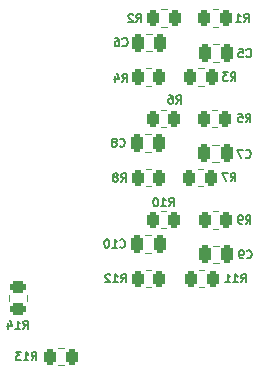
<source format=gbo>
G04 #@! TF.GenerationSoftware,KiCad,Pcbnew,(6.0.6)*
G04 #@! TF.CreationDate,2022-08-29T15:05:00+02:00*
G04 #@! TF.ProjectId,analog-buffer-six-channels,616e616c-6f67-42d6-9275-666665722d73,rev?*
G04 #@! TF.SameCoordinates,Original*
G04 #@! TF.FileFunction,Legend,Bot*
G04 #@! TF.FilePolarity,Positive*
%FSLAX46Y46*%
G04 Gerber Fmt 4.6, Leading zero omitted, Abs format (unit mm)*
G04 Created by KiCad (PCBNEW (6.0.6)) date 2022-08-29 15:05:00*
%MOMM*%
%LPD*%
G01*
G04 APERTURE LIST*
G04 Aperture macros list*
%AMRoundRect*
0 Rectangle with rounded corners*
0 $1 Rounding radius*
0 $2 $3 $4 $5 $6 $7 $8 $9 X,Y pos of 4 corners*
0 Add a 4 corners polygon primitive as box body*
4,1,4,$2,$3,$4,$5,$6,$7,$8,$9,$2,$3,0*
0 Add four circle primitives for the rounded corners*
1,1,$1+$1,$2,$3*
1,1,$1+$1,$4,$5*
1,1,$1+$1,$6,$7*
1,1,$1+$1,$8,$9*
0 Add four rect primitives between the rounded corners*
20,1,$1+$1,$2,$3,$4,$5,0*
20,1,$1+$1,$4,$5,$6,$7,0*
20,1,$1+$1,$6,$7,$8,$9,0*
20,1,$1+$1,$8,$9,$2,$3,0*%
G04 Aperture macros list end*
%ADD10C,0.150000*%
%ADD11C,0.120000*%
%ADD12RoundRect,0.250000X0.450000X-0.262500X0.450000X0.262500X-0.450000X0.262500X-0.450000X-0.262500X0*%
%ADD13C,3.200000*%
%ADD14R,1.700000X1.700000*%
%ADD15O,1.700000X1.700000*%
%ADD16RoundRect,0.250000X-0.250000X-0.475000X0.250000X-0.475000X0.250000X0.475000X-0.250000X0.475000X0*%
%ADD17RoundRect,0.250000X-0.262500X-0.450000X0.262500X-0.450000X0.262500X0.450000X-0.262500X0.450000X0*%
%ADD18RoundRect,0.250000X0.250000X0.475000X-0.250000X0.475000X-0.250000X-0.475000X0.250000X-0.475000X0*%
G04 APERTURE END LIST*
D10*
X54729800Y-63384866D02*
X54963133Y-63051533D01*
X55129800Y-63384866D02*
X55129800Y-62684866D01*
X54863133Y-62684866D01*
X54796466Y-62718200D01*
X54763133Y-62751533D01*
X54729800Y-62818200D01*
X54729800Y-62918200D01*
X54763133Y-62984866D01*
X54796466Y-63018200D01*
X54863133Y-63051533D01*
X55129800Y-63051533D01*
X54063133Y-63384866D02*
X54463133Y-63384866D01*
X54263133Y-63384866D02*
X54263133Y-62684866D01*
X54329800Y-62784866D01*
X54396466Y-62851533D01*
X54463133Y-62884866D01*
X53463133Y-62918200D02*
X53463133Y-63384866D01*
X53629800Y-62651533D02*
X53796466Y-63151533D01*
X53363133Y-63151533D01*
X73649666Y-57349200D02*
X73683000Y-57382533D01*
X73783000Y-57415866D01*
X73849666Y-57415866D01*
X73949666Y-57382533D01*
X74016333Y-57315866D01*
X74049666Y-57249200D01*
X74083000Y-57115866D01*
X74083000Y-57015866D01*
X74049666Y-56882533D01*
X74016333Y-56815866D01*
X73949666Y-56749200D01*
X73849666Y-56715866D01*
X73783000Y-56715866D01*
X73683000Y-56749200D01*
X73649666Y-56782533D01*
X73316333Y-57415866D02*
X73183000Y-57415866D01*
X73116333Y-57382533D01*
X73083000Y-57349200D01*
X73016333Y-57249200D01*
X72983000Y-57115866D01*
X72983000Y-56849200D01*
X73016333Y-56782533D01*
X73049666Y-56749200D01*
X73116333Y-56715866D01*
X73249666Y-56715866D01*
X73316333Y-56749200D01*
X73349666Y-56782533D01*
X73383000Y-56849200D01*
X73383000Y-57015866D01*
X73349666Y-57082533D01*
X73316333Y-57115866D01*
X73249666Y-57149200D01*
X73116333Y-57149200D01*
X73049666Y-57115866D01*
X73016333Y-57082533D01*
X72983000Y-57015866D01*
X73573466Y-54469466D02*
X73806800Y-54136133D01*
X73973466Y-54469466D02*
X73973466Y-53769466D01*
X73706800Y-53769466D01*
X73640133Y-53802800D01*
X73606800Y-53836133D01*
X73573466Y-53902800D01*
X73573466Y-54002800D01*
X73606800Y-54069466D01*
X73640133Y-54102800D01*
X73706800Y-54136133D01*
X73973466Y-54136133D01*
X73240133Y-54469466D02*
X73106800Y-54469466D01*
X73040133Y-54436133D01*
X73006800Y-54402800D01*
X72940133Y-54302800D01*
X72906800Y-54169466D01*
X72906800Y-53902800D01*
X72940133Y-53836133D01*
X72973466Y-53802800D01*
X73040133Y-53769466D01*
X73173466Y-53769466D01*
X73240133Y-53802800D01*
X73273466Y-53836133D01*
X73306800Y-53902800D01*
X73306800Y-54069466D01*
X73273466Y-54136133D01*
X73240133Y-54169466D01*
X73173466Y-54202800D01*
X73040133Y-54202800D01*
X72973466Y-54169466D01*
X72940133Y-54136133D01*
X72906800Y-54069466D01*
X73421066Y-37400666D02*
X73654400Y-37067333D01*
X73821066Y-37400666D02*
X73821066Y-36700666D01*
X73554400Y-36700666D01*
X73487733Y-36734000D01*
X73454400Y-36767333D01*
X73421066Y-36834000D01*
X73421066Y-36934000D01*
X73454400Y-37000666D01*
X73487733Y-37034000D01*
X73554400Y-37067333D01*
X73821066Y-37067333D01*
X72754400Y-37400666D02*
X73154400Y-37400666D01*
X72954400Y-37400666D02*
X72954400Y-36700666D01*
X73021066Y-36800666D01*
X73087733Y-36867333D01*
X73154400Y-36900666D01*
X73573466Y-45884266D02*
X73806800Y-45550933D01*
X73973466Y-45884266D02*
X73973466Y-45184266D01*
X73706800Y-45184266D01*
X73640133Y-45217600D01*
X73606800Y-45250933D01*
X73573466Y-45317600D01*
X73573466Y-45417600D01*
X73606800Y-45484266D01*
X73640133Y-45517600D01*
X73706800Y-45550933D01*
X73973466Y-45550933D01*
X72940133Y-45184266D02*
X73273466Y-45184266D01*
X73306800Y-45517600D01*
X73273466Y-45484266D01*
X73206800Y-45450933D01*
X73040133Y-45450933D01*
X72973466Y-45484266D01*
X72940133Y-45517600D01*
X72906800Y-45584266D01*
X72906800Y-45750933D01*
X72940133Y-45817600D01*
X72973466Y-45850933D01*
X73040133Y-45884266D01*
X73206800Y-45884266D01*
X73273466Y-45850933D01*
X73306800Y-45817600D01*
X63134066Y-42480666D02*
X63367400Y-42147333D01*
X63534066Y-42480666D02*
X63534066Y-41780666D01*
X63267400Y-41780666D01*
X63200733Y-41814000D01*
X63167400Y-41847333D01*
X63134066Y-41914000D01*
X63134066Y-42014000D01*
X63167400Y-42080666D01*
X63200733Y-42114000D01*
X63267400Y-42147333D01*
X63534066Y-42147333D01*
X62534066Y-42014000D02*
X62534066Y-42480666D01*
X62700733Y-41747333D02*
X62867400Y-42247333D01*
X62434066Y-42247333D01*
X73573466Y-48840200D02*
X73606800Y-48873533D01*
X73706800Y-48906866D01*
X73773466Y-48906866D01*
X73873466Y-48873533D01*
X73940133Y-48806866D01*
X73973466Y-48740200D01*
X74006800Y-48606866D01*
X74006800Y-48506866D01*
X73973466Y-48373533D01*
X73940133Y-48306866D01*
X73873466Y-48240200D01*
X73773466Y-48206866D01*
X73706800Y-48206866D01*
X73606800Y-48240200D01*
X73573466Y-48273533D01*
X73340133Y-48206866D02*
X72873466Y-48206866D01*
X73173466Y-48906866D01*
X63007066Y-50913466D02*
X63240400Y-50580133D01*
X63407066Y-50913466D02*
X63407066Y-50213466D01*
X63140400Y-50213466D01*
X63073733Y-50246800D01*
X63040400Y-50280133D01*
X63007066Y-50346800D01*
X63007066Y-50446800D01*
X63040400Y-50513466D01*
X63073733Y-50546800D01*
X63140400Y-50580133D01*
X63407066Y-50580133D01*
X62607066Y-50513466D02*
X62673733Y-50480133D01*
X62707066Y-50446800D01*
X62740400Y-50380133D01*
X62740400Y-50346800D01*
X62707066Y-50280133D01*
X62673733Y-50246800D01*
X62607066Y-50213466D01*
X62473733Y-50213466D01*
X62407066Y-50246800D01*
X62373733Y-50280133D01*
X62340400Y-50346800D01*
X62340400Y-50380133D01*
X62373733Y-50446800D01*
X62407066Y-50480133D01*
X62473733Y-50513466D01*
X62607066Y-50513466D01*
X62673733Y-50546800D01*
X62707066Y-50580133D01*
X62740400Y-50646800D01*
X62740400Y-50780133D01*
X62707066Y-50846800D01*
X62673733Y-50880133D01*
X62607066Y-50913466D01*
X62473733Y-50913466D01*
X62407066Y-50880133D01*
X62373733Y-50846800D01*
X62340400Y-50780133D01*
X62340400Y-50646800D01*
X62373733Y-50580133D01*
X62407066Y-50546800D01*
X62473733Y-50513466D01*
X63134066Y-39391400D02*
X63167400Y-39424733D01*
X63267400Y-39458066D01*
X63334066Y-39458066D01*
X63434066Y-39424733D01*
X63500733Y-39358066D01*
X63534066Y-39291400D01*
X63567400Y-39158066D01*
X63567400Y-39058066D01*
X63534066Y-38924733D01*
X63500733Y-38858066D01*
X63434066Y-38791400D01*
X63334066Y-38758066D01*
X63267400Y-38758066D01*
X63167400Y-38791400D01*
X63134066Y-38824733D01*
X62534066Y-38758066D02*
X62667400Y-38758066D01*
X62734066Y-38791400D01*
X62767400Y-38824733D01*
X62834066Y-38924733D01*
X62867400Y-39058066D01*
X62867400Y-39324733D01*
X62834066Y-39391400D01*
X62800733Y-39424733D01*
X62734066Y-39458066D01*
X62600733Y-39458066D01*
X62534066Y-39424733D01*
X62500733Y-39391400D01*
X62467400Y-39324733D01*
X62467400Y-39158066D01*
X62500733Y-39091400D01*
X62534066Y-39058066D01*
X62600733Y-39024733D01*
X62734066Y-39024733D01*
X62800733Y-39058066D01*
X62834066Y-39091400D01*
X62867400Y-39158066D01*
X67074200Y-52996266D02*
X67307533Y-52662933D01*
X67474200Y-52996266D02*
X67474200Y-52296266D01*
X67207533Y-52296266D01*
X67140866Y-52329600D01*
X67107533Y-52362933D01*
X67074200Y-52429600D01*
X67074200Y-52529600D01*
X67107533Y-52596266D01*
X67140866Y-52629600D01*
X67207533Y-52662933D01*
X67474200Y-52662933D01*
X66407533Y-52996266D02*
X66807533Y-52996266D01*
X66607533Y-52996266D02*
X66607533Y-52296266D01*
X66674200Y-52396266D01*
X66740866Y-52462933D01*
X66807533Y-52496266D01*
X65974200Y-52296266D02*
X65907533Y-52296266D01*
X65840866Y-52329600D01*
X65807533Y-52362933D01*
X65774200Y-52429600D01*
X65740866Y-52562933D01*
X65740866Y-52729600D01*
X65774200Y-52862933D01*
X65807533Y-52929600D01*
X65840866Y-52962933D01*
X65907533Y-52996266D01*
X65974200Y-52996266D01*
X66040866Y-52962933D01*
X66074200Y-52929600D01*
X66107533Y-52862933D01*
X66140866Y-52729600D01*
X66140866Y-52562933D01*
X66107533Y-52429600D01*
X66074200Y-52362933D01*
X66040866Y-52329600D01*
X65974200Y-52296266D01*
X72303466Y-42353666D02*
X72536800Y-42020333D01*
X72703466Y-42353666D02*
X72703466Y-41653666D01*
X72436800Y-41653666D01*
X72370133Y-41687000D01*
X72336800Y-41720333D01*
X72303466Y-41787000D01*
X72303466Y-41887000D01*
X72336800Y-41953666D01*
X72370133Y-41987000D01*
X72436800Y-42020333D01*
X72703466Y-42020333D01*
X72070133Y-41653666D02*
X71636800Y-41653666D01*
X71870133Y-41920333D01*
X71770133Y-41920333D01*
X71703466Y-41953666D01*
X71670133Y-41987000D01*
X71636800Y-42053666D01*
X71636800Y-42220333D01*
X71670133Y-42287000D01*
X71703466Y-42320333D01*
X71770133Y-42353666D01*
X71970133Y-42353666D01*
X72036800Y-42320333D01*
X72070133Y-42287000D01*
X62934000Y-56434800D02*
X62967333Y-56468133D01*
X63067333Y-56501466D01*
X63134000Y-56501466D01*
X63234000Y-56468133D01*
X63300666Y-56401466D01*
X63334000Y-56334800D01*
X63367333Y-56201466D01*
X63367333Y-56101466D01*
X63334000Y-55968133D01*
X63300666Y-55901466D01*
X63234000Y-55834800D01*
X63134000Y-55801466D01*
X63067333Y-55801466D01*
X62967333Y-55834800D01*
X62934000Y-55868133D01*
X62267333Y-56501466D02*
X62667333Y-56501466D01*
X62467333Y-56501466D02*
X62467333Y-55801466D01*
X62534000Y-55901466D01*
X62600666Y-55968133D01*
X62667333Y-56001466D01*
X61834000Y-55801466D02*
X61767333Y-55801466D01*
X61700666Y-55834800D01*
X61667333Y-55868133D01*
X61634000Y-55934800D01*
X61600666Y-56068133D01*
X61600666Y-56234800D01*
X61634000Y-56368133D01*
X61667333Y-56434800D01*
X61700666Y-56468133D01*
X61767333Y-56501466D01*
X61834000Y-56501466D01*
X61900666Y-56468133D01*
X61934000Y-56434800D01*
X61967333Y-56368133D01*
X62000666Y-56234800D01*
X62000666Y-56068133D01*
X61967333Y-55934800D01*
X61934000Y-55868133D01*
X61900666Y-55834800D01*
X61834000Y-55801466D01*
X73170200Y-59447866D02*
X73403533Y-59114533D01*
X73570200Y-59447866D02*
X73570200Y-58747866D01*
X73303533Y-58747866D01*
X73236866Y-58781200D01*
X73203533Y-58814533D01*
X73170200Y-58881200D01*
X73170200Y-58981200D01*
X73203533Y-59047866D01*
X73236866Y-59081200D01*
X73303533Y-59114533D01*
X73570200Y-59114533D01*
X72503533Y-59447866D02*
X72903533Y-59447866D01*
X72703533Y-59447866D02*
X72703533Y-58747866D01*
X72770200Y-58847866D01*
X72836866Y-58914533D01*
X72903533Y-58947866D01*
X71836866Y-59447866D02*
X72236866Y-59447866D01*
X72036866Y-59447866D02*
X72036866Y-58747866D01*
X72103533Y-58847866D01*
X72170200Y-58914533D01*
X72236866Y-58947866D01*
X67680666Y-44309466D02*
X67914000Y-43976133D01*
X68080666Y-44309466D02*
X68080666Y-43609466D01*
X67814000Y-43609466D01*
X67747333Y-43642800D01*
X67714000Y-43676133D01*
X67680666Y-43742800D01*
X67680666Y-43842800D01*
X67714000Y-43909466D01*
X67747333Y-43942800D01*
X67814000Y-43976133D01*
X68080666Y-43976133D01*
X67080666Y-43609466D02*
X67214000Y-43609466D01*
X67280666Y-43642800D01*
X67314000Y-43676133D01*
X67380666Y-43776133D01*
X67414000Y-43909466D01*
X67414000Y-44176133D01*
X67380666Y-44242800D01*
X67347333Y-44276133D01*
X67280666Y-44309466D01*
X67147333Y-44309466D01*
X67080666Y-44276133D01*
X67047333Y-44242800D01*
X67014000Y-44176133D01*
X67014000Y-44009466D01*
X67047333Y-43942800D01*
X67080666Y-43909466D01*
X67147333Y-43876133D01*
X67280666Y-43876133D01*
X67347333Y-43909466D01*
X67380666Y-43942800D01*
X67414000Y-44009466D01*
X55441000Y-66051866D02*
X55674333Y-65718533D01*
X55841000Y-66051866D02*
X55841000Y-65351866D01*
X55574333Y-65351866D01*
X55507666Y-65385200D01*
X55474333Y-65418533D01*
X55441000Y-65485200D01*
X55441000Y-65585200D01*
X55474333Y-65651866D01*
X55507666Y-65685200D01*
X55574333Y-65718533D01*
X55841000Y-65718533D01*
X54774333Y-66051866D02*
X55174333Y-66051866D01*
X54974333Y-66051866D02*
X54974333Y-65351866D01*
X55041000Y-65451866D01*
X55107666Y-65518533D01*
X55174333Y-65551866D01*
X54541000Y-65351866D02*
X54107666Y-65351866D01*
X54341000Y-65618533D01*
X54241000Y-65618533D01*
X54174333Y-65651866D01*
X54141000Y-65685200D01*
X54107666Y-65751866D01*
X54107666Y-65918533D01*
X54141000Y-65985200D01*
X54174333Y-66018533D01*
X54241000Y-66051866D01*
X54441000Y-66051866D01*
X54507666Y-66018533D01*
X54541000Y-65985200D01*
X73624266Y-40305800D02*
X73657600Y-40339133D01*
X73757600Y-40372466D01*
X73824266Y-40372466D01*
X73924266Y-40339133D01*
X73990933Y-40272466D01*
X74024266Y-40205800D01*
X74057600Y-40072466D01*
X74057600Y-39972466D01*
X74024266Y-39839133D01*
X73990933Y-39772466D01*
X73924266Y-39705800D01*
X73824266Y-39672466D01*
X73757600Y-39672466D01*
X73657600Y-39705800D01*
X73624266Y-39739133D01*
X72990933Y-39672466D02*
X73324266Y-39672466D01*
X73357600Y-40005800D01*
X73324266Y-39972466D01*
X73257600Y-39939133D01*
X73090933Y-39939133D01*
X73024266Y-39972466D01*
X72990933Y-40005800D01*
X72957600Y-40072466D01*
X72957600Y-40239133D01*
X72990933Y-40305800D01*
X73024266Y-40339133D01*
X73090933Y-40372466D01*
X73257600Y-40372466D01*
X73324266Y-40339133D01*
X73357600Y-40305800D01*
X63010200Y-59447866D02*
X63243533Y-59114533D01*
X63410200Y-59447866D02*
X63410200Y-58747866D01*
X63143533Y-58747866D01*
X63076866Y-58781200D01*
X63043533Y-58814533D01*
X63010200Y-58881200D01*
X63010200Y-58981200D01*
X63043533Y-59047866D01*
X63076866Y-59081200D01*
X63143533Y-59114533D01*
X63410200Y-59114533D01*
X62343533Y-59447866D02*
X62743533Y-59447866D01*
X62543533Y-59447866D02*
X62543533Y-58747866D01*
X62610200Y-58847866D01*
X62676866Y-58914533D01*
X62743533Y-58947866D01*
X62076866Y-58814533D02*
X62043533Y-58781200D01*
X61976866Y-58747866D01*
X61810200Y-58747866D01*
X61743533Y-58781200D01*
X61710200Y-58814533D01*
X61676866Y-58881200D01*
X61676866Y-58947866D01*
X61710200Y-59047866D01*
X62110200Y-59447866D01*
X61676866Y-59447866D01*
X72303466Y-50888066D02*
X72536800Y-50554733D01*
X72703466Y-50888066D02*
X72703466Y-50188066D01*
X72436800Y-50188066D01*
X72370133Y-50221400D01*
X72336800Y-50254733D01*
X72303466Y-50321400D01*
X72303466Y-50421400D01*
X72336800Y-50488066D01*
X72370133Y-50521400D01*
X72436800Y-50554733D01*
X72703466Y-50554733D01*
X72070133Y-50188066D02*
X71603466Y-50188066D01*
X71903466Y-50888066D01*
X62905466Y-47900400D02*
X62938800Y-47933733D01*
X63038800Y-47967066D01*
X63105466Y-47967066D01*
X63205466Y-47933733D01*
X63272133Y-47867066D01*
X63305466Y-47800400D01*
X63338800Y-47667066D01*
X63338800Y-47567066D01*
X63305466Y-47433733D01*
X63272133Y-47367066D01*
X63205466Y-47300400D01*
X63105466Y-47267066D01*
X63038800Y-47267066D01*
X62938800Y-47300400D01*
X62905466Y-47333733D01*
X62505466Y-47567066D02*
X62572133Y-47533733D01*
X62605466Y-47500400D01*
X62638800Y-47433733D01*
X62638800Y-47400400D01*
X62605466Y-47333733D01*
X62572133Y-47300400D01*
X62505466Y-47267066D01*
X62372133Y-47267066D01*
X62305466Y-47300400D01*
X62272133Y-47333733D01*
X62238800Y-47400400D01*
X62238800Y-47433733D01*
X62272133Y-47500400D01*
X62305466Y-47533733D01*
X62372133Y-47567066D01*
X62505466Y-47567066D01*
X62572133Y-47600400D01*
X62605466Y-47633733D01*
X62638800Y-47700400D01*
X62638800Y-47833733D01*
X62605466Y-47900400D01*
X62572133Y-47933733D01*
X62505466Y-47967066D01*
X62372133Y-47967066D01*
X62305466Y-47933733D01*
X62272133Y-47900400D01*
X62238800Y-47833733D01*
X62238800Y-47700400D01*
X62272133Y-47633733D01*
X62305466Y-47600400D01*
X62372133Y-47567066D01*
X64302466Y-37426066D02*
X64535800Y-37092733D01*
X64702466Y-37426066D02*
X64702466Y-36726066D01*
X64435800Y-36726066D01*
X64369133Y-36759400D01*
X64335800Y-36792733D01*
X64302466Y-36859400D01*
X64302466Y-36959400D01*
X64335800Y-37026066D01*
X64369133Y-37059400D01*
X64435800Y-37092733D01*
X64702466Y-37092733D01*
X64035800Y-36792733D02*
X64002466Y-36759400D01*
X63935800Y-36726066D01*
X63769133Y-36726066D01*
X63702466Y-36759400D01*
X63669133Y-36792733D01*
X63635800Y-36859400D01*
X63635800Y-36926066D01*
X63669133Y-37026066D01*
X64069133Y-37426066D01*
X63635800Y-37426066D01*
D11*
X55014800Y-60985764D02*
X55014800Y-60531636D01*
X53544800Y-60985764D02*
X53544800Y-60531636D01*
X70806048Y-56338800D02*
X71328552Y-56338800D01*
X70806048Y-57808800D02*
X71328552Y-57808800D01*
X70789436Y-54887800D02*
X71243564Y-54887800D01*
X70789436Y-53417800D02*
X71243564Y-53417800D01*
X70762136Y-36337800D02*
X71216264Y-36337800D01*
X70762136Y-37807800D02*
X71216264Y-37807800D01*
X70713236Y-44843800D02*
X71167364Y-44843800D01*
X70713236Y-46313800D02*
X71167364Y-46313800D01*
X65101736Y-42786200D02*
X65555864Y-42786200D01*
X65101736Y-41316200D02*
X65555864Y-41316200D01*
X70755248Y-49260200D02*
X71277752Y-49260200D01*
X70755248Y-47790200D02*
X71277752Y-47790200D01*
X65099836Y-49847600D02*
X65553964Y-49847600D01*
X65099836Y-51317600D02*
X65553964Y-51317600D01*
X65664352Y-38406400D02*
X65141848Y-38406400D01*
X65664352Y-39876400D02*
X65141848Y-39876400D01*
X66395236Y-53392400D02*
X66849364Y-53392400D01*
X66395236Y-54862400D02*
X66849364Y-54862400D01*
X69542936Y-41316200D02*
X69997064Y-41316200D01*
X69542936Y-42786200D02*
X69997064Y-42786200D01*
X65588152Y-56919800D02*
X65065648Y-56919800D01*
X65588152Y-55449800D02*
X65065648Y-55449800D01*
X69621036Y-59866200D02*
X70075164Y-59866200D01*
X69621036Y-58396200D02*
X70075164Y-58396200D01*
X66371736Y-44843800D02*
X66825864Y-44843800D01*
X66371736Y-46313800D02*
X66825864Y-46313800D01*
X57710336Y-66470200D02*
X58164464Y-66470200D01*
X57710336Y-65000200D02*
X58164464Y-65000200D01*
X70806048Y-40765400D02*
X71328552Y-40765400D01*
X70806048Y-39295400D02*
X71328552Y-39295400D01*
X65125236Y-58396200D02*
X65579364Y-58396200D01*
X65125236Y-59866200D02*
X65579364Y-59866200D01*
X69494036Y-49847600D02*
X69948164Y-49847600D01*
X69494036Y-51317600D02*
X69948164Y-51317600D01*
X65577952Y-46901200D02*
X65055448Y-46901200D01*
X65577952Y-48371200D02*
X65055448Y-48371200D01*
X66418736Y-37807800D02*
X66872864Y-37807800D01*
X66418736Y-36337800D02*
X66872864Y-36337800D01*
%LPC*%
D12*
X54279800Y-61671200D03*
X54279800Y-59846200D03*
D13*
X81508600Y-35788600D03*
X81508600Y-64770000D03*
D14*
X59066200Y-61678900D03*
D15*
X56526200Y-61678900D03*
X59066200Y-59138900D03*
X56526200Y-59138900D03*
X59066200Y-56598900D03*
X56526200Y-56598900D03*
X59066200Y-54058900D03*
X56526200Y-54058900D03*
X59066200Y-51518900D03*
X56526200Y-51518900D03*
X59066200Y-48978900D03*
X56526200Y-48978900D03*
X59066200Y-46438900D03*
X56526200Y-46438900D03*
X59066200Y-43898900D03*
X56526200Y-43898900D03*
X59066200Y-41358900D03*
X56526200Y-41358900D03*
X59066200Y-38818900D03*
X56526200Y-38818900D03*
D14*
X77890600Y-41378900D03*
D15*
X80430600Y-41378900D03*
X77890600Y-43918900D03*
X80430600Y-43918900D03*
X77890600Y-46458900D03*
X80430600Y-46458900D03*
X77890600Y-48998900D03*
X80430600Y-48998900D03*
X77890600Y-51538900D03*
X80430600Y-51538900D03*
X77890600Y-54078900D03*
X80430600Y-54078900D03*
X77890600Y-56618900D03*
X80430600Y-56618900D03*
X77890600Y-59158900D03*
X80430600Y-59158900D03*
D16*
X70117300Y-57073800D03*
X72017300Y-57073800D03*
D17*
X70104000Y-54152800D03*
X71929000Y-54152800D03*
X70076700Y-37072800D03*
X71901700Y-37072800D03*
X70027800Y-45578800D03*
X71852800Y-45578800D03*
X64416300Y-42051200D03*
X66241300Y-42051200D03*
D16*
X70066500Y-48525200D03*
X71966500Y-48525200D03*
D17*
X64414400Y-50582600D03*
X66239400Y-50582600D03*
D18*
X66353100Y-39141400D03*
X64453100Y-39141400D03*
D17*
X65709800Y-54127400D03*
X67534800Y-54127400D03*
X68857500Y-42051200D03*
X70682500Y-42051200D03*
D18*
X66276900Y-56184800D03*
X64376900Y-56184800D03*
D17*
X68935600Y-59131200D03*
X70760600Y-59131200D03*
X65686300Y-45578800D03*
X67511300Y-45578800D03*
X57024900Y-65735200D03*
X58849900Y-65735200D03*
D16*
X70117300Y-40030400D03*
X72017300Y-40030400D03*
D17*
X64439800Y-59131200D03*
X66264800Y-59131200D03*
X68808600Y-50582600D03*
X70633600Y-50582600D03*
D18*
X66266700Y-47636200D03*
X64366700Y-47636200D03*
D17*
X65733300Y-37072800D03*
X67558300Y-37072800D03*
M02*

</source>
